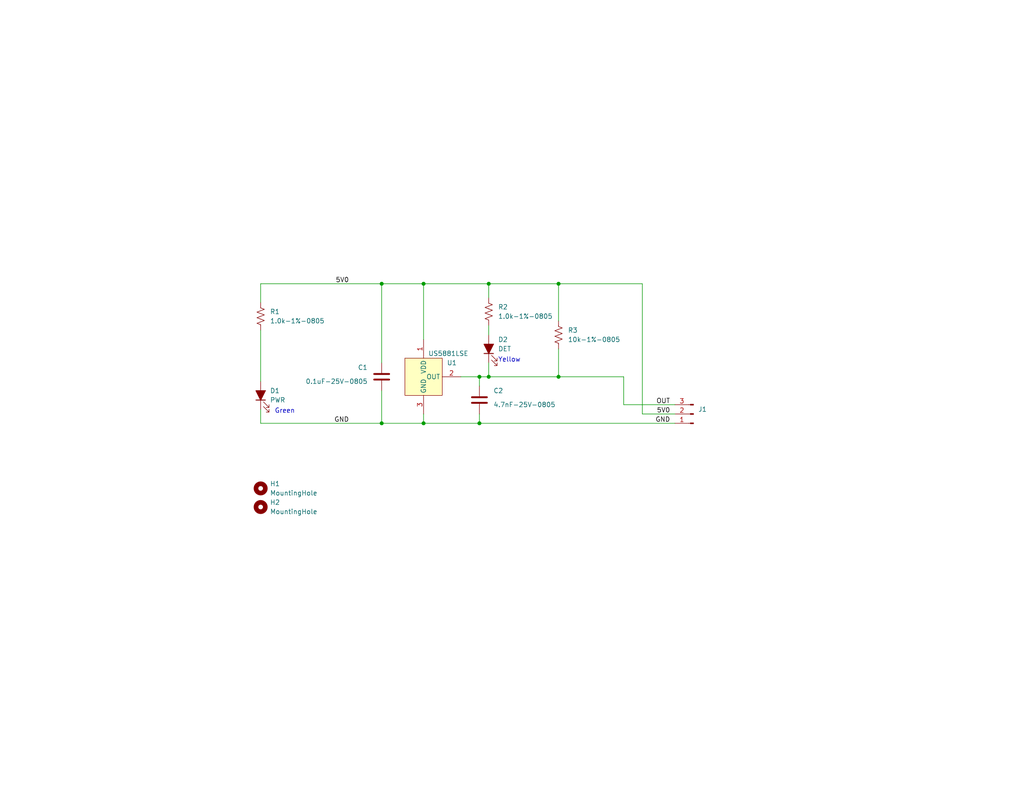
<source format=kicad_sch>
(kicad_sch (version 20211123) (generator eeschema)
  (paper "USLetter")
  (title_block (title "Hall Effect Switch") (date "2022-10-15") (rev "1.0") (company "971 Spartan Robotics"))
  (lib_symbols
    (symbol "Connector:Conn_01x03_Male" (pin_names (offset 1.016) hide)
      (property "Reference" "J" (at 0 5.08 0))
      (property "Value" "Conn_01x03_Male" (at 0 -5.08 0))
      (symbol "Conn_01x03_Male_1_1"
        (polyline (pts (xy 1.27 -2.54) (xy 0.8636 -2.54)) (stroke (width 0.1524)))
        (polyline (pts (xy 1.27 0) (xy 0.8636 0)) (stroke (width 0.1524)))
        (polyline (pts (xy 1.27 2.54) (xy 0.8636 2.54)) (stroke (width 0.1524)))
        (rectangle (start 0.8636 -2.413) (end 0 -2.667) (stroke (width 0.1524)) (fill (type outline)))
        (rectangle (start 0.8636 0.127) (end 0 -0.127) (stroke (width 0.1524)) (fill (type outline)))
        (rectangle (start 0.8636 2.667) (end 0 2.413) (stroke (width 0.1524)) (fill (type outline)))
        (pin passive line (at 5.08 2.54 180) (length 3.81) (name "Pin_1") (number "1"))
        (pin passive line (at 5.08 0 180) (length 3.81) (name "Pin_2") (number "2"))
        (pin passive line (at 5.08 -2.54 180) (length 3.81) (name "Pin_3") (number "3"))
      )
    )
    (symbol "Device:C" (pin_numbers hide) (pin_names (offset 0.254))
      (property "Reference" "C" (at 0.635 2.54 0))
      (property "Value" "C" (at 0.635 -2.54 0))
      (symbol "C_0_1"
        (polyline (pts (xy -2.032 -0.762) (xy 2.032 -0.762)) (stroke (width 0.508)))
        (polyline (pts (xy -2.032 0.762) (xy 2.032 0.762)) (stroke (width 0.508)))
      )
      (symbol "C_1_1"
        (pin passive line (at 0 3.81 270) (length 2.794) (name "~") (number "1"))
        (pin passive line (at 0 -3.81 90) (length 2.794) (name "~") (number "2"))
      )
    )
    (symbol "Device:LED" (pin_numbers hide) (pin_names (offset 1.016) hide)
      (property "Reference" "D?" (at 3.81 -0.3174 90))
      (property "Value" "DET" (at 3.81 -2.8574 90))
      (symbol "LED_0_1"
        (polyline (pts (xy -1.27 -1.27) (xy -1.27 1.27)) (stroke (width 0.254)))
        (polyline (pts (xy -1.27 0) (xy 1.27 0)))
        (polyline (pts (xy 1.27 -1.27) (xy 1.27 1.27) (xy -1.27 0) (xy 1.27 -1.27)) (stroke (width 0.254)) (fill (type outline)))
        (polyline (pts (xy -3.048 -0.762) (xy -4.572 -2.286) (xy -3.81 -2.286) (xy -4.572 -2.286) (xy -4.572 -1.524)))
        (polyline (pts (xy -1.778 -0.762) (xy -3.302 -2.286) (xy -2.54 -2.286) (xy -3.302 -2.286) (xy -3.302 -1.524)))
      )
      (symbol "LED_1_1"
        (pin passive line (at -3.81 0 0) (length 2.54) (name "K") (number "1"))
        (pin passive line (at 3.81 0 180) (length 2.54) (name "A") (number "2"))
      )
    )
    (symbol "Device:R_US" (pin_numbers hide) (pin_names (offset 0))
      (property "Reference" "R" (at 2.54 0 90))
      (property "Value" "R_US" (at -2.54 0 90))
      (symbol "R_US_0_1"
        (polyline (pts (xy 0 -2.286) (xy 0 -2.54)))
        (polyline (pts (xy 0 2.286) (xy 0 2.54)))
        (polyline (pts (xy 0 -0.762) (xy 1.016 -1.143) (xy 0 -1.524) (xy -1.016 -1.905) (xy 0 -2.286)))
        (polyline (pts (xy 0 0.762) (xy 1.016 0.381) (xy 0 0) (xy -1.016 -0.381) (xy 0 -0.762)))
        (polyline (pts (xy 0 2.286) (xy 1.016 1.905) (xy 0 1.524) (xy -1.016 1.143) (xy 0 0.762)))
      )
      (symbol "R_US_1_1"
        (pin passive line (at 0 3.81 270) (length 1.27) (name "~") (number "1"))
        (pin passive line (at 0 -3.81 90) (length 1.27) (name "~") (number "2"))
      )
    )
    (symbol "LED_1" (pin_numbers hide) (pin_names (offset 1.016) hide)
      (property "Reference" "D?" (at 3.81 -0.3174 90))
      (property "Value" "LED_1" (at 3.81 -2.8574 90))
      (symbol "LED_1_0_1"
        (polyline (pts (xy -1.27 -1.27) (xy -1.27 1.27)) (stroke (width 0.254)))
        (polyline (pts (xy -1.27 0) (xy 1.27 0)))
        (polyline (pts (xy 1.27 -1.27) (xy 1.27 1.27) (xy -1.27 0) (xy 1.27 -1.27)) (stroke (width 0.254)) (fill (type outline)))
        (polyline (pts (xy -3.048 -0.762) (xy -4.572 -2.286) (xy -3.81 -2.286) (xy -4.572 -2.286) (xy -4.572 -1.524)))
        (polyline (pts (xy -1.778 -0.762) (xy -3.302 -2.286) (xy -2.54 -2.286) (xy -3.302 -2.286) (xy -3.302 -1.524)))
      )
      (symbol "LED_1_1_1"
        (pin passive line (at -3.81 0 0) (length 2.54) (name "K") (number "1"))
        (pin passive line (at 3.81 0 180) (length 2.54) (name "A") (number "2"))
      )
    )
    (symbol "Mechanical:MountingHole" (pin_names (offset 1.016))
      (property "Reference" "H" (at 0 5.08 0))
      (property "Value" "MountingHole" (at 0 3.175 0))
      (symbol "MountingHole_0_1"
        (circle (center 0 0) (radius 1.27) (stroke (width 1.27)))
      )
    )
    (symbol "hall-effect:US5881LSE"
      (property "Reference" "U" (at 0 0 0))
      (property "Value" "US5881LSE" (at 0 0 0))
      (symbol "US5881LSE_0_1"
        (rectangle (start -1.27 0) (end 8.89 -10.16) (fill (type background)))
      )
      (symbol "US5881LSE_1_1"
        (pin power_in line (at 3.81 5.08 270) (length 5.08) (name "VDD") (number "1"))
        (pin open_collector line (at 13.97 -5.08 180) (length 5.08) (name "OUT") (number "2"))
        (pin passive line (at 3.81 -15.24 90) (length 5.08) (name "GND") (number "3"))
      )
    )
  )
  (junction (at 130.81 115.57))
  (junction (at 104.14 115.57))
  (junction (at 130.81 102.87))
  (junction (at 152.4 102.87))
  (junction (at 133.35 77.47))
  (junction (at 104.14 77.47))
  (junction (at 115.57 77.47))
  (junction (at 152.4 77.47))
  (junction (at 115.57 115.57))
  (junction (at 133.35 102.87))
  (wire (pts (xy 184.15 110.49) (xy 170.18 110.49)))
  (wire (pts (xy 125.73 102.87) (xy 130.81 102.87)))
  (wire (pts (xy 115.57 77.47) (xy 133.35 77.47)))
  (wire (pts (xy 71.12 115.57) (xy 104.14 115.57)))
  (wire (pts (xy 104.14 77.47) (xy 115.57 77.47)))
  (wire (pts (xy 133.35 99.06) (xy 133.35 102.87)))
  (wire (pts (xy 115.57 77.47) (xy 115.57 92.71)))
  (wire (pts (xy 130.81 102.87) (xy 130.81 105.41)))
  (wire (pts (xy 115.57 115.57) (xy 130.81 115.57)))
  (wire (pts (xy 152.4 87.63) (xy 152.4 77.47)))
  (wire (pts (xy 184.15 113.03) (xy 175.26 113.03)))
  (wire (pts (xy 175.26 113.03) (xy 175.26 77.47)))
  (wire (pts (xy 104.14 99.06) (xy 104.14 77.47)))
  (wire (pts (xy 71.12 77.47) (xy 71.12 82.55)))
  (wire (pts (xy 71.12 111.76) (xy 71.12 115.57)))
  (wire (pts (xy 133.35 102.87) (xy 152.4 102.87)))
  (wire (pts (xy 71.12 90.17) (xy 71.12 104.14)))
  (wire (pts (xy 133.35 102.87) (xy 130.81 102.87)))
  (wire (pts (xy 130.81 115.57) (xy 184.15 115.57)))
  (wire (pts (xy 133.35 77.47) (xy 133.35 81.28)))
  (wire (pts (xy 104.14 106.68) (xy 104.14 115.57)))
  (wire (pts (xy 152.4 102.87) (xy 152.4 95.25)))
  (wire (pts (xy 152.4 102.87) (xy 170.18 102.87)))
  (wire (pts (xy 115.57 113.03) (xy 115.57 115.57)))
  (wire (pts (xy 133.35 77.47) (xy 152.4 77.47)))
  (wire (pts (xy 170.18 110.49) (xy 170.18 102.87)))
  (wire (pts (xy 152.4 77.47) (xy 175.26 77.47)))
  (wire (pts (xy 104.14 115.57) (xy 115.57 115.57)))
  (wire (pts (xy 130.81 113.03) (xy 130.81 115.57)))
  (wire (pts (xy 104.14 77.47) (xy 71.12 77.47)))
  (wire (pts (xy 133.35 88.9) (xy 133.35 91.44)))
  (text "Green" (at 74.93 113.03 0) (effects (font (size 1.27 1.27)) (justify left bottom)))
  (text "Yellow" (at 135.89 99.06 0) (effects (font (size 1.27 1.27)) (justify left bottom)))
  (label "GND" (at 182.88 115.57 180))
  (label "GND" (at 95.25 115.57 180))
  (label "OUT" (at 182.88 110.49 180))
  (label "5V0" (at 95.25 77.47 180))
  (label "5V0" (at 182.88 113.03 180))
  (symbol (lib_id "Device:R_US") (at 71.12 86.36 0) (unit 1)
    (property "Reference" "R1" (at 73.66 85.0899 0) (effects (justify left)))
    (property "Value" "1.0k-1%-0805" (at 73.66 87.6299 0) (effects (justify left)))
    (property "Footprint" "Resistor_SMD:R_0805_2012Metric" (effects hide))
    (property "MFG" " Yageo" (effects hide))
    (property "MFG P/N" "RC0805FR-071KL" (effects hide))
  )
  (symbol (lib_id "Device:R_US") (at 152.4 91.44 0) (unit 1)
    (property "Reference" "R3" (at 154.94 90.1699 0) (effects (justify left)))
    (property "Value" "10k-1%-0805" (at 154.94 92.7099 0) (effects (justify left)))
    (property "Footprint" "Resistor_SMD:R_0805_2012Metric" (effects hide))
    (property "MFG" "Yageo" (effects hide))
    (property "MFG P/N" "RC0805FR-0710KL" (effects hide))
  )
  (symbol (lib_name "LED_1") (lib_id "Device:LED") (at 71.12 107.95 90) (unit 1)
    (property "Reference" "D1" (at 73.66 106.68 90) (effects (justify right)))
    (property "Value" "PWR" (at 73.66 109.22 90) (effects (justify right)))
    (property "Footprint" "LED_SMD:LED_1206_3216Metric" (effects hide))
    (property "MFG" "Lumex" (effects hide))
    (property "MFG P/N" "SML-LX1206GC-TR" (effects hide))
  )
  (symbol (lib_id "Device:LED") (at 133.35 95.25 90) (unit 1)
    (property "Reference" "D2" (at 135.89 92.71 90) (effects (justify right)))
    (property "Value" "DET" (at 135.89 95.25 90) (effects (justify right)))
    (property "Footprint" "LED_SMD:LED_1206_3216Metric" (effects hide))
    (property "MFG" "Lumex" (effects hide))
    (property "MFG P/N" "SML-LX1206SYC-TR" (effects hide))
  )
  (symbol (lib_id "Connector:Conn_01x03_Male") (at 189.23 113.03 180) (unit 1)
    (property "Reference" "J1" (at 190.5 111.7599 0) (effects (justify right)))
    (property "Value" "Conn_01x03_Male" (effects hide))
    (property "Footprint" "hall-effect:3PIN header" (effects hide))
  )
  (symbol (lib_id "Device:C") (at 130.81 109.22 0) (unit 1)
    (property "Reference" "C2" (at 134.62 106.68 0) (effects (justify left)))
    (property "Value" "4.7nF-25V-0805" (at 134.62 110.49 0) (effects (justify left)))
    (property "Footprint" "Capacitor_SMD:C_0805_2012Metric" (effects hide))
    (property "MFG" "Kemet" (effects hide))
    (property "MFG P/N" "C0805C472K3RAC7800" (effects hide))
  )
  (symbol (lib_id "Mechanical:MountingHole") (at 71.12 133.35 0) (unit 1)
    (property "Reference" "H1" (at 73.66 132.0799 0) (effects (justify left)))
    (property "Value" "MountingHole" (at 73.66 134.6199 0) (effects (justify left)))
    (property "Footprint" "hall-effect:mounting-hole" (effects hide))
    (property "Datasheet" "https://www.mcmaster.com/97565A113/" (effects hide))
    (property "MFG" "McMaster-Carr" (effects hide))
    (property "MFG P/N" "97565A113" (effects hide))
  )
  (symbol (lib_id "Mechanical:MountingHole") (at 71.12 138.43 0) (unit 1)
    (property "Reference" "H2" (at 73.66 137.1599 0) (effects (justify left)))
    (property "Value" "MountingHole" (at 73.66 139.6999 0) (effects (justify left)))
    (property "Footprint" "hall-effect:mounting-hole" (effects hide))
    (property "Datasheet" "https://www.mcmaster.com/97565A113/" (effects hide))
    (property "MFG" "McMaster-Carr" (effects hide))
    (property "MFG P/N" "97565A113" (effects hide))
  )
  (symbol (lib_id "hall-effect:US5881LSE") (at 111.76 97.79 0) (unit 1)
    (property "Reference" "U1" (at 121.92 99.06 0) (effects (justify left)))
    (property "Value" "US5881LSE" (at 116.84 96.52 0) (effects (justify left)))
    (property "Footprint" "Package_TO_SOT_SMD:TSOT-23" (effects hide))
    (property "Datasheet" "Components/US5881-Datasheet-Melexis.PDF" (effects hide))
    (property "MFG" "Melexis" (effects hide))
    (property "MFG P/N" "US5881LSE-AAA-000-RE" (effects hide))
  )
  (symbol (lib_id "Device:C") (at 104.14 102.87 0) (mirror y) (unit 1)
    (property "Reference" "C1" (at 100.33 100.33 0) (effects (justify left)))
    (property "Value" "0.1uF-25V-0805" (at 100.33 104.14 0) (effects (justify left)))
    (property "Footprint" "Capacitor_SMD:C_0805_2012Metric" (effects hide))
    (property "MFG" "Kemet" (effects hide))
    (property "MFG P/N" "C0805C104K3RAC7025" (effects hide))
  )
  (symbol (lib_id "Device:R_US") (at 133.35 85.09 0) (unit 1)
    (property "Reference" "R2" (at 135.89 83.8199 0) (effects (justify left)))
    (property "Value" "1.0k-1%-0805" (at 135.89 86.3599 0) (effects (justify left)))
    (property "Footprint" "Resistor_SMD:R_0805_2012Metric" (effects hide))
    (property "MFG" "Yageo" (effects hide))
    (property "MFG P/N" "RC0805FR-071KL" (effects hide))
  )
)
</source>
